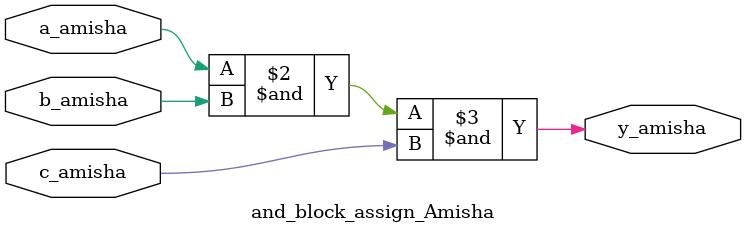
<source format=v>
`timescale 1ns / 1ps
module and_block_assign_Amisha(
    input wire a_amisha,
    input wire b_amisha,
    input wire c_amisha,
    output reg y_amisha
    );
	 
	 always @*
	 begin
	 y_amisha = a_amisha;
	 y_amisha = y_amisha & b_amisha;
	 y_amisha = y_amisha & c_amisha;
	 end
endmodule

</source>
